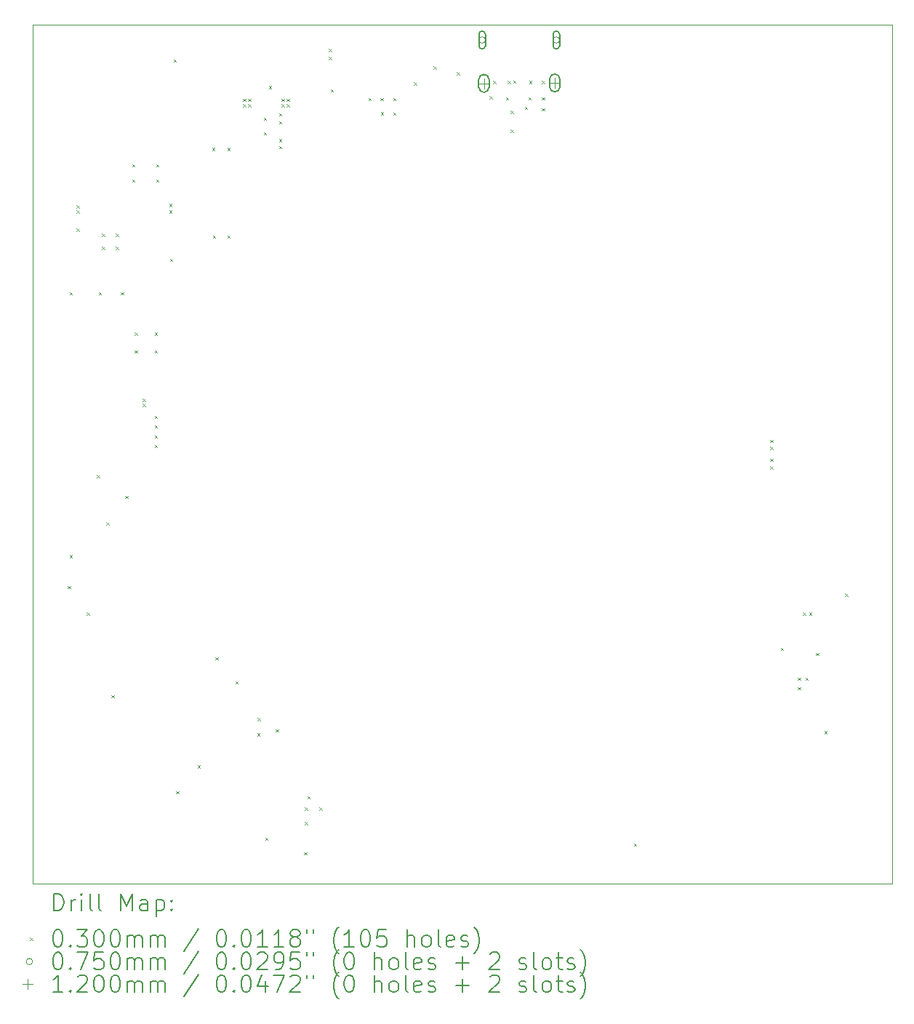
<source format=gbr>
%TF.GenerationSoftware,KiCad,Pcbnew,7.0.2*%
%TF.CreationDate,2024-06-02T17:27:20+02:00*%
%TF.ProjectId,Podgrzewacz,506f6467-727a-4657-9761-637a2e6b6963,rev?*%
%TF.SameCoordinates,Original*%
%TF.FileFunction,Drillmap*%
%TF.FilePolarity,Positive*%
%FSLAX45Y45*%
G04 Gerber Fmt 4.5, Leading zero omitted, Abs format (unit mm)*
G04 Created by KiCad (PCBNEW 7.0.2) date 2024-06-02 17:27:20*
%MOMM*%
%LPD*%
G01*
G04 APERTURE LIST*
%ADD10C,0.100000*%
%ADD11C,0.200000*%
%ADD12C,0.030000*%
%ADD13C,0.075000*%
%ADD14C,0.120000*%
G04 APERTURE END LIST*
D10*
X10000000Y-6000000D02*
X20000000Y-6000000D01*
X20000000Y-16000000D01*
X10000000Y-16000000D01*
X10000000Y-6000000D01*
D11*
D12*
X10405000Y-12535000D02*
X10435000Y-12565000D01*
X10435000Y-12535000D02*
X10405000Y-12565000D01*
X10425000Y-9115000D02*
X10455000Y-9145000D01*
X10455000Y-9115000D02*
X10425000Y-9145000D01*
X10425000Y-12175000D02*
X10455000Y-12205000D01*
X10455000Y-12175000D02*
X10425000Y-12205000D01*
X10505000Y-8105000D02*
X10535000Y-8135000D01*
X10535000Y-8105000D02*
X10505000Y-8135000D01*
X10505000Y-8165000D02*
X10535000Y-8195000D01*
X10535000Y-8165000D02*
X10505000Y-8195000D01*
X10505000Y-8375000D02*
X10535000Y-8405000D01*
X10535000Y-8375000D02*
X10505000Y-8405000D01*
X10625000Y-12845000D02*
X10655000Y-12875000D01*
X10655000Y-12845000D02*
X10625000Y-12875000D01*
X10745000Y-11245000D02*
X10775000Y-11275000D01*
X10775000Y-11245000D02*
X10745000Y-11275000D01*
X10765000Y-9115000D02*
X10795000Y-9145000D01*
X10795000Y-9115000D02*
X10765000Y-9145000D01*
X10805000Y-8435000D02*
X10835000Y-8465000D01*
X10835000Y-8435000D02*
X10805000Y-8465000D01*
X10805000Y-8585000D02*
X10835000Y-8615000D01*
X10835000Y-8585000D02*
X10805000Y-8615000D01*
X10855000Y-11795000D02*
X10885000Y-11825000D01*
X10885000Y-11795000D02*
X10855000Y-11825000D01*
X10915000Y-13805000D02*
X10945000Y-13835000D01*
X10945000Y-13805000D02*
X10915000Y-13835000D01*
X10965000Y-8435000D02*
X10995000Y-8465000D01*
X10995000Y-8435000D02*
X10965000Y-8465000D01*
X10965000Y-8585000D02*
X10995000Y-8615000D01*
X10995000Y-8585000D02*
X10965000Y-8615000D01*
X11025000Y-9115000D02*
X11055000Y-9145000D01*
X11055000Y-9115000D02*
X11025000Y-9145000D01*
X11075000Y-11485000D02*
X11105000Y-11515000D01*
X11105000Y-11485000D02*
X11075000Y-11515000D01*
X11155000Y-7625000D02*
X11185000Y-7655000D01*
X11185000Y-7625000D02*
X11155000Y-7655000D01*
X11155000Y-7805000D02*
X11185000Y-7835000D01*
X11185000Y-7805000D02*
X11155000Y-7835000D01*
X11185000Y-9585000D02*
X11215000Y-9615000D01*
X11215000Y-9585000D02*
X11185000Y-9615000D01*
X11185000Y-9795000D02*
X11215000Y-9825000D01*
X11215000Y-9795000D02*
X11185000Y-9825000D01*
X11275000Y-10355000D02*
X11305000Y-10385000D01*
X11305000Y-10355000D02*
X11275000Y-10385000D01*
X11275000Y-10415000D02*
X11305000Y-10445000D01*
X11305000Y-10415000D02*
X11275000Y-10445000D01*
X11415000Y-9585000D02*
X11445000Y-9615000D01*
X11445000Y-9585000D02*
X11415000Y-9615000D01*
X11415000Y-9795000D02*
X11445000Y-9825000D01*
X11445000Y-9795000D02*
X11415000Y-9825000D01*
X11415000Y-10555000D02*
X11445000Y-10585000D01*
X11445000Y-10555000D02*
X11415000Y-10585000D01*
X11415000Y-10665000D02*
X11445000Y-10695000D01*
X11445000Y-10665000D02*
X11415000Y-10695000D01*
X11415000Y-10785000D02*
X11445000Y-10815000D01*
X11445000Y-10785000D02*
X11415000Y-10815000D01*
X11415000Y-10895000D02*
X11445000Y-10925000D01*
X11445000Y-10895000D02*
X11415000Y-10925000D01*
X11435000Y-7625000D02*
X11465000Y-7655000D01*
X11465000Y-7625000D02*
X11435000Y-7655000D01*
X11435000Y-7805000D02*
X11465000Y-7835000D01*
X11465000Y-7805000D02*
X11435000Y-7835000D01*
X11585000Y-8085000D02*
X11615000Y-8115000D01*
X11615000Y-8085000D02*
X11585000Y-8115000D01*
X11585000Y-8165000D02*
X11615000Y-8195000D01*
X11615000Y-8165000D02*
X11585000Y-8195000D01*
X11595000Y-8725000D02*
X11625000Y-8755000D01*
X11625000Y-8725000D02*
X11595000Y-8755000D01*
X11635000Y-6405000D02*
X11665000Y-6435000D01*
X11665000Y-6405000D02*
X11635000Y-6435000D01*
X11665000Y-14925000D02*
X11695000Y-14955000D01*
X11695000Y-14925000D02*
X11665000Y-14955000D01*
X11915000Y-14625000D02*
X11945000Y-14655000D01*
X11945000Y-14625000D02*
X11915000Y-14655000D01*
X12085000Y-7435000D02*
X12115000Y-7465000D01*
X12115000Y-7435000D02*
X12085000Y-7465000D01*
X12095000Y-8455000D02*
X12125000Y-8485000D01*
X12125000Y-8455000D02*
X12095000Y-8485000D01*
X12125000Y-13365000D02*
X12155000Y-13395000D01*
X12155000Y-13365000D02*
X12125000Y-13395000D01*
X12265000Y-7435000D02*
X12295000Y-7465000D01*
X12295000Y-7435000D02*
X12265000Y-7465000D01*
X12265000Y-8455000D02*
X12295000Y-8485000D01*
X12295000Y-8455000D02*
X12265000Y-8485000D01*
X12355000Y-13645000D02*
X12385000Y-13675000D01*
X12385000Y-13645000D02*
X12355000Y-13675000D01*
X12445000Y-6865000D02*
X12475000Y-6895000D01*
X12475000Y-6865000D02*
X12445000Y-6895000D01*
X12445000Y-6925000D02*
X12475000Y-6955000D01*
X12475000Y-6925000D02*
X12445000Y-6955000D01*
X12505000Y-6865000D02*
X12535000Y-6895000D01*
X12535000Y-6865000D02*
X12505000Y-6895000D01*
X12505000Y-6925000D02*
X12535000Y-6955000D01*
X12535000Y-6925000D02*
X12505000Y-6955000D01*
X12610000Y-14250000D02*
X12640000Y-14280000D01*
X12640000Y-14250000D02*
X12610000Y-14280000D01*
X12615000Y-14075000D02*
X12645000Y-14105000D01*
X12645000Y-14075000D02*
X12615000Y-14105000D01*
X12685000Y-7085000D02*
X12715000Y-7115000D01*
X12715000Y-7085000D02*
X12685000Y-7115000D01*
X12685000Y-7255000D02*
X12715000Y-7285000D01*
X12715000Y-7255000D02*
X12685000Y-7285000D01*
X12705000Y-15465000D02*
X12735000Y-15495000D01*
X12735000Y-15465000D02*
X12705000Y-15495000D01*
X12745000Y-6715000D02*
X12775000Y-6745000D01*
X12775000Y-6715000D02*
X12745000Y-6745000D01*
X12825000Y-14205000D02*
X12855000Y-14235000D01*
X12855000Y-14205000D02*
X12825000Y-14235000D01*
X12865000Y-7035000D02*
X12895000Y-7065000D01*
X12895000Y-7035000D02*
X12865000Y-7065000D01*
X12865000Y-7125000D02*
X12895000Y-7155000D01*
X12895000Y-7125000D02*
X12865000Y-7155000D01*
X12865000Y-7335000D02*
X12895000Y-7365000D01*
X12895000Y-7335000D02*
X12865000Y-7365000D01*
X12865000Y-7415000D02*
X12895000Y-7445000D01*
X12895000Y-7415000D02*
X12865000Y-7445000D01*
X12895000Y-6865000D02*
X12925000Y-6895000D01*
X12925000Y-6865000D02*
X12895000Y-6895000D01*
X12895000Y-6925000D02*
X12925000Y-6955000D01*
X12925000Y-6925000D02*
X12895000Y-6955000D01*
X12955000Y-6865000D02*
X12985000Y-6895000D01*
X12985000Y-6865000D02*
X12955000Y-6895000D01*
X12955000Y-6925000D02*
X12985000Y-6955000D01*
X12985000Y-6925000D02*
X12955000Y-6955000D01*
X13155000Y-15635000D02*
X13185000Y-15665000D01*
X13185000Y-15635000D02*
X13155000Y-15665000D01*
X13165000Y-15115000D02*
X13195000Y-15145000D01*
X13195000Y-15115000D02*
X13165000Y-15145000D01*
X13165000Y-15285000D02*
X13195000Y-15315000D01*
X13195000Y-15285000D02*
X13165000Y-15315000D01*
X13193279Y-14982450D02*
X13223279Y-15012450D01*
X13223279Y-14982450D02*
X13193279Y-15012450D01*
X13335000Y-15115000D02*
X13365000Y-15145000D01*
X13365000Y-15115000D02*
X13335000Y-15145000D01*
X13445000Y-6285000D02*
X13475000Y-6315000D01*
X13475000Y-6285000D02*
X13445000Y-6315000D01*
X13445000Y-6375000D02*
X13475000Y-6405000D01*
X13475000Y-6375000D02*
X13445000Y-6405000D01*
X13465000Y-6755000D02*
X13495000Y-6785000D01*
X13495000Y-6755000D02*
X13465000Y-6785000D01*
X13905000Y-6855000D02*
X13935000Y-6885000D01*
X13935000Y-6855000D02*
X13905000Y-6885000D01*
X14045000Y-6855000D02*
X14075000Y-6885000D01*
X14075000Y-6855000D02*
X14045000Y-6885000D01*
X14047860Y-7022140D02*
X14077860Y-7052140D01*
X14077860Y-7022140D02*
X14047860Y-7052140D01*
X14195000Y-6855000D02*
X14225000Y-6885000D01*
X14225000Y-6855000D02*
X14195000Y-6885000D01*
X14195000Y-7025000D02*
X14225000Y-7055000D01*
X14225000Y-7025000D02*
X14195000Y-7055000D01*
X14435000Y-6675000D02*
X14465000Y-6705000D01*
X14465000Y-6675000D02*
X14435000Y-6705000D01*
X14665000Y-6485000D02*
X14695000Y-6515000D01*
X14695000Y-6485000D02*
X14665000Y-6515000D01*
X14935000Y-6555000D02*
X14965000Y-6585000D01*
X14965000Y-6555000D02*
X14935000Y-6585000D01*
X15317000Y-6835000D02*
X15347000Y-6865000D01*
X15347000Y-6835000D02*
X15317000Y-6865000D01*
X15359500Y-6655000D02*
X15389500Y-6685000D01*
X15389500Y-6655000D02*
X15359500Y-6685000D01*
X15507000Y-6845000D02*
X15537000Y-6875000D01*
X15537000Y-6845000D02*
X15507000Y-6875000D01*
X15526681Y-6654454D02*
X15556681Y-6684454D01*
X15556681Y-6654454D02*
X15526681Y-6684454D01*
X15562050Y-7005000D02*
X15592050Y-7035000D01*
X15592050Y-7005000D02*
X15562050Y-7035000D01*
X15562050Y-7225000D02*
X15592050Y-7255000D01*
X15592050Y-7225000D02*
X15562050Y-7255000D01*
X15590208Y-6653450D02*
X15620208Y-6683450D01*
X15620208Y-6653450D02*
X15590208Y-6683450D01*
X15727000Y-6955000D02*
X15757000Y-6985000D01*
X15757000Y-6955000D02*
X15727000Y-6985000D01*
X15767000Y-6845000D02*
X15797000Y-6875000D01*
X15797000Y-6845000D02*
X15767000Y-6875000D01*
X15777000Y-6655000D02*
X15807000Y-6685000D01*
X15807000Y-6655000D02*
X15777000Y-6685000D01*
X15927000Y-6655000D02*
X15957000Y-6685000D01*
X15957000Y-6655000D02*
X15927000Y-6685000D01*
X15927000Y-6845000D02*
X15957000Y-6875000D01*
X15957000Y-6845000D02*
X15927000Y-6875000D01*
X15927000Y-6975000D02*
X15957000Y-7005000D01*
X15957000Y-6975000D02*
X15927000Y-7005000D01*
X16995000Y-15535000D02*
X17025000Y-15565000D01*
X17025000Y-15535000D02*
X16995000Y-15565000D01*
X18585000Y-10835000D02*
X18615000Y-10865000D01*
X18615000Y-10835000D02*
X18585000Y-10865000D01*
X18585000Y-10915000D02*
X18615000Y-10945000D01*
X18615000Y-10915000D02*
X18585000Y-10945000D01*
X18585000Y-11055000D02*
X18615000Y-11085000D01*
X18615000Y-11055000D02*
X18585000Y-11085000D01*
X18585000Y-11145000D02*
X18615000Y-11175000D01*
X18615000Y-11145000D02*
X18585000Y-11175000D01*
X18705000Y-13255000D02*
X18735000Y-13285000D01*
X18735000Y-13255000D02*
X18705000Y-13285000D01*
X18905000Y-13605000D02*
X18935000Y-13635000D01*
X18935000Y-13605000D02*
X18905000Y-13635000D01*
X18905000Y-13715000D02*
X18935000Y-13745000D01*
X18935000Y-13715000D02*
X18905000Y-13745000D01*
X18965000Y-12845000D02*
X18995000Y-12875000D01*
X18995000Y-12845000D02*
X18965000Y-12875000D01*
X18995000Y-13605000D02*
X19025000Y-13635000D01*
X19025000Y-13605000D02*
X18995000Y-13635000D01*
X19035000Y-12845000D02*
X19065000Y-12875000D01*
X19065000Y-12845000D02*
X19035000Y-12875000D01*
X19115000Y-13315000D02*
X19145000Y-13345000D01*
X19145000Y-13315000D02*
X19115000Y-13345000D01*
X19215000Y-14225000D02*
X19245000Y-14255000D01*
X19245000Y-14225000D02*
X19215000Y-14255000D01*
X19455000Y-12625000D02*
X19485000Y-12655000D01*
X19485000Y-12625000D02*
X19455000Y-12655000D01*
D13*
X15267500Y-6180000D02*
G75*
G03*
X15267500Y-6180000I-37500J0D01*
G01*
D11*
X15267500Y-6246271D02*
X15267500Y-6113728D01*
X15267500Y-6113728D02*
G75*
G03*
X15192500Y-6113728I-37500J0D01*
G01*
X15192500Y-6113728D02*
X15192500Y-6246271D01*
X15192500Y-6246271D02*
G75*
G03*
X15267500Y-6246271I37500J0D01*
G01*
D13*
X16131500Y-6180000D02*
G75*
G03*
X16131500Y-6180000I-37500J0D01*
G01*
D11*
X16131500Y-6246271D02*
X16131500Y-6113728D01*
X16131500Y-6113728D02*
G75*
G03*
X16056500Y-6113728I-37500J0D01*
G01*
X16056500Y-6113728D02*
X16056500Y-6246271D01*
X16056500Y-6246271D02*
G75*
G03*
X16131500Y-6246271I37500J0D01*
G01*
D14*
X15250320Y-6625000D02*
X15250320Y-6745000D01*
X15190320Y-6685000D02*
X15310320Y-6685000D01*
D11*
X15310320Y-6728771D02*
X15310320Y-6641228D01*
X15310320Y-6641228D02*
G75*
G03*
X15190320Y-6641228I-60000J0D01*
G01*
X15190320Y-6641228D02*
X15190320Y-6728771D01*
X15190320Y-6728771D02*
G75*
G03*
X15310320Y-6728771I60000J0D01*
G01*
D14*
X16075090Y-6620738D02*
X16075090Y-6740738D01*
X16015090Y-6680738D02*
X16135090Y-6680738D01*
D11*
X16135090Y-6724509D02*
X16135090Y-6636966D01*
X16135090Y-6636966D02*
G75*
G03*
X16015090Y-6636966I-60000J0D01*
G01*
X16015090Y-6636966D02*
X16015090Y-6724509D01*
X16015090Y-6724509D02*
G75*
G03*
X16135090Y-6724509I60000J0D01*
G01*
X10242619Y-16317524D02*
X10242619Y-16117524D01*
X10242619Y-16117524D02*
X10290238Y-16117524D01*
X10290238Y-16117524D02*
X10318810Y-16127048D01*
X10318810Y-16127048D02*
X10337857Y-16146095D01*
X10337857Y-16146095D02*
X10347381Y-16165143D01*
X10347381Y-16165143D02*
X10356905Y-16203238D01*
X10356905Y-16203238D02*
X10356905Y-16231809D01*
X10356905Y-16231809D02*
X10347381Y-16269905D01*
X10347381Y-16269905D02*
X10337857Y-16288952D01*
X10337857Y-16288952D02*
X10318810Y-16308000D01*
X10318810Y-16308000D02*
X10290238Y-16317524D01*
X10290238Y-16317524D02*
X10242619Y-16317524D01*
X10442619Y-16317524D02*
X10442619Y-16184190D01*
X10442619Y-16222286D02*
X10452143Y-16203238D01*
X10452143Y-16203238D02*
X10461667Y-16193714D01*
X10461667Y-16193714D02*
X10480714Y-16184190D01*
X10480714Y-16184190D02*
X10499762Y-16184190D01*
X10566429Y-16317524D02*
X10566429Y-16184190D01*
X10566429Y-16117524D02*
X10556905Y-16127048D01*
X10556905Y-16127048D02*
X10566429Y-16136571D01*
X10566429Y-16136571D02*
X10575952Y-16127048D01*
X10575952Y-16127048D02*
X10566429Y-16117524D01*
X10566429Y-16117524D02*
X10566429Y-16136571D01*
X10690238Y-16317524D02*
X10671190Y-16308000D01*
X10671190Y-16308000D02*
X10661667Y-16288952D01*
X10661667Y-16288952D02*
X10661667Y-16117524D01*
X10795000Y-16317524D02*
X10775952Y-16308000D01*
X10775952Y-16308000D02*
X10766429Y-16288952D01*
X10766429Y-16288952D02*
X10766429Y-16117524D01*
X11023571Y-16317524D02*
X11023571Y-16117524D01*
X11023571Y-16117524D02*
X11090238Y-16260381D01*
X11090238Y-16260381D02*
X11156905Y-16117524D01*
X11156905Y-16117524D02*
X11156905Y-16317524D01*
X11337857Y-16317524D02*
X11337857Y-16212762D01*
X11337857Y-16212762D02*
X11328333Y-16193714D01*
X11328333Y-16193714D02*
X11309286Y-16184190D01*
X11309286Y-16184190D02*
X11271190Y-16184190D01*
X11271190Y-16184190D02*
X11252143Y-16193714D01*
X11337857Y-16308000D02*
X11318809Y-16317524D01*
X11318809Y-16317524D02*
X11271190Y-16317524D01*
X11271190Y-16317524D02*
X11252143Y-16308000D01*
X11252143Y-16308000D02*
X11242619Y-16288952D01*
X11242619Y-16288952D02*
X11242619Y-16269905D01*
X11242619Y-16269905D02*
X11252143Y-16250857D01*
X11252143Y-16250857D02*
X11271190Y-16241333D01*
X11271190Y-16241333D02*
X11318809Y-16241333D01*
X11318809Y-16241333D02*
X11337857Y-16231809D01*
X11433095Y-16184190D02*
X11433095Y-16384190D01*
X11433095Y-16193714D02*
X11452143Y-16184190D01*
X11452143Y-16184190D02*
X11490238Y-16184190D01*
X11490238Y-16184190D02*
X11509286Y-16193714D01*
X11509286Y-16193714D02*
X11518809Y-16203238D01*
X11518809Y-16203238D02*
X11528333Y-16222286D01*
X11528333Y-16222286D02*
X11528333Y-16279428D01*
X11528333Y-16279428D02*
X11518809Y-16298476D01*
X11518809Y-16298476D02*
X11509286Y-16308000D01*
X11509286Y-16308000D02*
X11490238Y-16317524D01*
X11490238Y-16317524D02*
X11452143Y-16317524D01*
X11452143Y-16317524D02*
X11433095Y-16308000D01*
X11614048Y-16298476D02*
X11623571Y-16308000D01*
X11623571Y-16308000D02*
X11614048Y-16317524D01*
X11614048Y-16317524D02*
X11604524Y-16308000D01*
X11604524Y-16308000D02*
X11614048Y-16298476D01*
X11614048Y-16298476D02*
X11614048Y-16317524D01*
X11614048Y-16193714D02*
X11623571Y-16203238D01*
X11623571Y-16203238D02*
X11614048Y-16212762D01*
X11614048Y-16212762D02*
X11604524Y-16203238D01*
X11604524Y-16203238D02*
X11614048Y-16193714D01*
X11614048Y-16193714D02*
X11614048Y-16212762D01*
D12*
X9965000Y-16630000D02*
X9995000Y-16660000D01*
X9995000Y-16630000D02*
X9965000Y-16660000D01*
D11*
X10280714Y-16537524D02*
X10299762Y-16537524D01*
X10299762Y-16537524D02*
X10318810Y-16547048D01*
X10318810Y-16547048D02*
X10328333Y-16556571D01*
X10328333Y-16556571D02*
X10337857Y-16575619D01*
X10337857Y-16575619D02*
X10347381Y-16613714D01*
X10347381Y-16613714D02*
X10347381Y-16661333D01*
X10347381Y-16661333D02*
X10337857Y-16699428D01*
X10337857Y-16699428D02*
X10328333Y-16718476D01*
X10328333Y-16718476D02*
X10318810Y-16728000D01*
X10318810Y-16728000D02*
X10299762Y-16737524D01*
X10299762Y-16737524D02*
X10280714Y-16737524D01*
X10280714Y-16737524D02*
X10261667Y-16728000D01*
X10261667Y-16728000D02*
X10252143Y-16718476D01*
X10252143Y-16718476D02*
X10242619Y-16699428D01*
X10242619Y-16699428D02*
X10233095Y-16661333D01*
X10233095Y-16661333D02*
X10233095Y-16613714D01*
X10233095Y-16613714D02*
X10242619Y-16575619D01*
X10242619Y-16575619D02*
X10252143Y-16556571D01*
X10252143Y-16556571D02*
X10261667Y-16547048D01*
X10261667Y-16547048D02*
X10280714Y-16537524D01*
X10433095Y-16718476D02*
X10442619Y-16728000D01*
X10442619Y-16728000D02*
X10433095Y-16737524D01*
X10433095Y-16737524D02*
X10423571Y-16728000D01*
X10423571Y-16728000D02*
X10433095Y-16718476D01*
X10433095Y-16718476D02*
X10433095Y-16737524D01*
X10509286Y-16537524D02*
X10633095Y-16537524D01*
X10633095Y-16537524D02*
X10566429Y-16613714D01*
X10566429Y-16613714D02*
X10595000Y-16613714D01*
X10595000Y-16613714D02*
X10614048Y-16623238D01*
X10614048Y-16623238D02*
X10623571Y-16632762D01*
X10623571Y-16632762D02*
X10633095Y-16651809D01*
X10633095Y-16651809D02*
X10633095Y-16699428D01*
X10633095Y-16699428D02*
X10623571Y-16718476D01*
X10623571Y-16718476D02*
X10614048Y-16728000D01*
X10614048Y-16728000D02*
X10595000Y-16737524D01*
X10595000Y-16737524D02*
X10537857Y-16737524D01*
X10537857Y-16737524D02*
X10518810Y-16728000D01*
X10518810Y-16728000D02*
X10509286Y-16718476D01*
X10756905Y-16537524D02*
X10775952Y-16537524D01*
X10775952Y-16537524D02*
X10795000Y-16547048D01*
X10795000Y-16547048D02*
X10804524Y-16556571D01*
X10804524Y-16556571D02*
X10814048Y-16575619D01*
X10814048Y-16575619D02*
X10823571Y-16613714D01*
X10823571Y-16613714D02*
X10823571Y-16661333D01*
X10823571Y-16661333D02*
X10814048Y-16699428D01*
X10814048Y-16699428D02*
X10804524Y-16718476D01*
X10804524Y-16718476D02*
X10795000Y-16728000D01*
X10795000Y-16728000D02*
X10775952Y-16737524D01*
X10775952Y-16737524D02*
X10756905Y-16737524D01*
X10756905Y-16737524D02*
X10737857Y-16728000D01*
X10737857Y-16728000D02*
X10728333Y-16718476D01*
X10728333Y-16718476D02*
X10718810Y-16699428D01*
X10718810Y-16699428D02*
X10709286Y-16661333D01*
X10709286Y-16661333D02*
X10709286Y-16613714D01*
X10709286Y-16613714D02*
X10718810Y-16575619D01*
X10718810Y-16575619D02*
X10728333Y-16556571D01*
X10728333Y-16556571D02*
X10737857Y-16547048D01*
X10737857Y-16547048D02*
X10756905Y-16537524D01*
X10947381Y-16537524D02*
X10966429Y-16537524D01*
X10966429Y-16537524D02*
X10985476Y-16547048D01*
X10985476Y-16547048D02*
X10995000Y-16556571D01*
X10995000Y-16556571D02*
X11004524Y-16575619D01*
X11004524Y-16575619D02*
X11014048Y-16613714D01*
X11014048Y-16613714D02*
X11014048Y-16661333D01*
X11014048Y-16661333D02*
X11004524Y-16699428D01*
X11004524Y-16699428D02*
X10995000Y-16718476D01*
X10995000Y-16718476D02*
X10985476Y-16728000D01*
X10985476Y-16728000D02*
X10966429Y-16737524D01*
X10966429Y-16737524D02*
X10947381Y-16737524D01*
X10947381Y-16737524D02*
X10928333Y-16728000D01*
X10928333Y-16728000D02*
X10918810Y-16718476D01*
X10918810Y-16718476D02*
X10909286Y-16699428D01*
X10909286Y-16699428D02*
X10899762Y-16661333D01*
X10899762Y-16661333D02*
X10899762Y-16613714D01*
X10899762Y-16613714D02*
X10909286Y-16575619D01*
X10909286Y-16575619D02*
X10918810Y-16556571D01*
X10918810Y-16556571D02*
X10928333Y-16547048D01*
X10928333Y-16547048D02*
X10947381Y-16537524D01*
X11099762Y-16737524D02*
X11099762Y-16604190D01*
X11099762Y-16623238D02*
X11109286Y-16613714D01*
X11109286Y-16613714D02*
X11128333Y-16604190D01*
X11128333Y-16604190D02*
X11156905Y-16604190D01*
X11156905Y-16604190D02*
X11175952Y-16613714D01*
X11175952Y-16613714D02*
X11185476Y-16632762D01*
X11185476Y-16632762D02*
X11185476Y-16737524D01*
X11185476Y-16632762D02*
X11195000Y-16613714D01*
X11195000Y-16613714D02*
X11214048Y-16604190D01*
X11214048Y-16604190D02*
X11242619Y-16604190D01*
X11242619Y-16604190D02*
X11261667Y-16613714D01*
X11261667Y-16613714D02*
X11271190Y-16632762D01*
X11271190Y-16632762D02*
X11271190Y-16737524D01*
X11366429Y-16737524D02*
X11366429Y-16604190D01*
X11366429Y-16623238D02*
X11375952Y-16613714D01*
X11375952Y-16613714D02*
X11395000Y-16604190D01*
X11395000Y-16604190D02*
X11423571Y-16604190D01*
X11423571Y-16604190D02*
X11442619Y-16613714D01*
X11442619Y-16613714D02*
X11452143Y-16632762D01*
X11452143Y-16632762D02*
X11452143Y-16737524D01*
X11452143Y-16632762D02*
X11461667Y-16613714D01*
X11461667Y-16613714D02*
X11480714Y-16604190D01*
X11480714Y-16604190D02*
X11509286Y-16604190D01*
X11509286Y-16604190D02*
X11528333Y-16613714D01*
X11528333Y-16613714D02*
X11537857Y-16632762D01*
X11537857Y-16632762D02*
X11537857Y-16737524D01*
X11928333Y-16528000D02*
X11756905Y-16785143D01*
X12185476Y-16537524D02*
X12204524Y-16537524D01*
X12204524Y-16537524D02*
X12223572Y-16547048D01*
X12223572Y-16547048D02*
X12233095Y-16556571D01*
X12233095Y-16556571D02*
X12242619Y-16575619D01*
X12242619Y-16575619D02*
X12252143Y-16613714D01*
X12252143Y-16613714D02*
X12252143Y-16661333D01*
X12252143Y-16661333D02*
X12242619Y-16699428D01*
X12242619Y-16699428D02*
X12233095Y-16718476D01*
X12233095Y-16718476D02*
X12223572Y-16728000D01*
X12223572Y-16728000D02*
X12204524Y-16737524D01*
X12204524Y-16737524D02*
X12185476Y-16737524D01*
X12185476Y-16737524D02*
X12166429Y-16728000D01*
X12166429Y-16728000D02*
X12156905Y-16718476D01*
X12156905Y-16718476D02*
X12147381Y-16699428D01*
X12147381Y-16699428D02*
X12137857Y-16661333D01*
X12137857Y-16661333D02*
X12137857Y-16613714D01*
X12137857Y-16613714D02*
X12147381Y-16575619D01*
X12147381Y-16575619D02*
X12156905Y-16556571D01*
X12156905Y-16556571D02*
X12166429Y-16547048D01*
X12166429Y-16547048D02*
X12185476Y-16537524D01*
X12337857Y-16718476D02*
X12347381Y-16728000D01*
X12347381Y-16728000D02*
X12337857Y-16737524D01*
X12337857Y-16737524D02*
X12328333Y-16728000D01*
X12328333Y-16728000D02*
X12337857Y-16718476D01*
X12337857Y-16718476D02*
X12337857Y-16737524D01*
X12471191Y-16537524D02*
X12490238Y-16537524D01*
X12490238Y-16537524D02*
X12509286Y-16547048D01*
X12509286Y-16547048D02*
X12518810Y-16556571D01*
X12518810Y-16556571D02*
X12528333Y-16575619D01*
X12528333Y-16575619D02*
X12537857Y-16613714D01*
X12537857Y-16613714D02*
X12537857Y-16661333D01*
X12537857Y-16661333D02*
X12528333Y-16699428D01*
X12528333Y-16699428D02*
X12518810Y-16718476D01*
X12518810Y-16718476D02*
X12509286Y-16728000D01*
X12509286Y-16728000D02*
X12490238Y-16737524D01*
X12490238Y-16737524D02*
X12471191Y-16737524D01*
X12471191Y-16737524D02*
X12452143Y-16728000D01*
X12452143Y-16728000D02*
X12442619Y-16718476D01*
X12442619Y-16718476D02*
X12433095Y-16699428D01*
X12433095Y-16699428D02*
X12423572Y-16661333D01*
X12423572Y-16661333D02*
X12423572Y-16613714D01*
X12423572Y-16613714D02*
X12433095Y-16575619D01*
X12433095Y-16575619D02*
X12442619Y-16556571D01*
X12442619Y-16556571D02*
X12452143Y-16547048D01*
X12452143Y-16547048D02*
X12471191Y-16537524D01*
X12728333Y-16737524D02*
X12614048Y-16737524D01*
X12671191Y-16737524D02*
X12671191Y-16537524D01*
X12671191Y-16537524D02*
X12652143Y-16566095D01*
X12652143Y-16566095D02*
X12633095Y-16585143D01*
X12633095Y-16585143D02*
X12614048Y-16594667D01*
X12918810Y-16737524D02*
X12804524Y-16737524D01*
X12861667Y-16737524D02*
X12861667Y-16537524D01*
X12861667Y-16537524D02*
X12842619Y-16566095D01*
X12842619Y-16566095D02*
X12823572Y-16585143D01*
X12823572Y-16585143D02*
X12804524Y-16594667D01*
X13033095Y-16623238D02*
X13014048Y-16613714D01*
X13014048Y-16613714D02*
X13004524Y-16604190D01*
X13004524Y-16604190D02*
X12995000Y-16585143D01*
X12995000Y-16585143D02*
X12995000Y-16575619D01*
X12995000Y-16575619D02*
X13004524Y-16556571D01*
X13004524Y-16556571D02*
X13014048Y-16547048D01*
X13014048Y-16547048D02*
X13033095Y-16537524D01*
X13033095Y-16537524D02*
X13071191Y-16537524D01*
X13071191Y-16537524D02*
X13090238Y-16547048D01*
X13090238Y-16547048D02*
X13099762Y-16556571D01*
X13099762Y-16556571D02*
X13109286Y-16575619D01*
X13109286Y-16575619D02*
X13109286Y-16585143D01*
X13109286Y-16585143D02*
X13099762Y-16604190D01*
X13099762Y-16604190D02*
X13090238Y-16613714D01*
X13090238Y-16613714D02*
X13071191Y-16623238D01*
X13071191Y-16623238D02*
X13033095Y-16623238D01*
X13033095Y-16623238D02*
X13014048Y-16632762D01*
X13014048Y-16632762D02*
X13004524Y-16642286D01*
X13004524Y-16642286D02*
X12995000Y-16661333D01*
X12995000Y-16661333D02*
X12995000Y-16699428D01*
X12995000Y-16699428D02*
X13004524Y-16718476D01*
X13004524Y-16718476D02*
X13014048Y-16728000D01*
X13014048Y-16728000D02*
X13033095Y-16737524D01*
X13033095Y-16737524D02*
X13071191Y-16737524D01*
X13071191Y-16737524D02*
X13090238Y-16728000D01*
X13090238Y-16728000D02*
X13099762Y-16718476D01*
X13099762Y-16718476D02*
X13109286Y-16699428D01*
X13109286Y-16699428D02*
X13109286Y-16661333D01*
X13109286Y-16661333D02*
X13099762Y-16642286D01*
X13099762Y-16642286D02*
X13090238Y-16632762D01*
X13090238Y-16632762D02*
X13071191Y-16623238D01*
X13185476Y-16537524D02*
X13185476Y-16575619D01*
X13261667Y-16537524D02*
X13261667Y-16575619D01*
X13556905Y-16813714D02*
X13547381Y-16804190D01*
X13547381Y-16804190D02*
X13528334Y-16775619D01*
X13528334Y-16775619D02*
X13518810Y-16756571D01*
X13518810Y-16756571D02*
X13509286Y-16728000D01*
X13509286Y-16728000D02*
X13499762Y-16680381D01*
X13499762Y-16680381D02*
X13499762Y-16642286D01*
X13499762Y-16642286D02*
X13509286Y-16594667D01*
X13509286Y-16594667D02*
X13518810Y-16566095D01*
X13518810Y-16566095D02*
X13528334Y-16547048D01*
X13528334Y-16547048D02*
X13547381Y-16518476D01*
X13547381Y-16518476D02*
X13556905Y-16508952D01*
X13737857Y-16737524D02*
X13623572Y-16737524D01*
X13680714Y-16737524D02*
X13680714Y-16537524D01*
X13680714Y-16537524D02*
X13661667Y-16566095D01*
X13661667Y-16566095D02*
X13642619Y-16585143D01*
X13642619Y-16585143D02*
X13623572Y-16594667D01*
X13861667Y-16537524D02*
X13880715Y-16537524D01*
X13880715Y-16537524D02*
X13899762Y-16547048D01*
X13899762Y-16547048D02*
X13909286Y-16556571D01*
X13909286Y-16556571D02*
X13918810Y-16575619D01*
X13918810Y-16575619D02*
X13928334Y-16613714D01*
X13928334Y-16613714D02*
X13928334Y-16661333D01*
X13928334Y-16661333D02*
X13918810Y-16699428D01*
X13918810Y-16699428D02*
X13909286Y-16718476D01*
X13909286Y-16718476D02*
X13899762Y-16728000D01*
X13899762Y-16728000D02*
X13880715Y-16737524D01*
X13880715Y-16737524D02*
X13861667Y-16737524D01*
X13861667Y-16737524D02*
X13842619Y-16728000D01*
X13842619Y-16728000D02*
X13833095Y-16718476D01*
X13833095Y-16718476D02*
X13823572Y-16699428D01*
X13823572Y-16699428D02*
X13814048Y-16661333D01*
X13814048Y-16661333D02*
X13814048Y-16613714D01*
X13814048Y-16613714D02*
X13823572Y-16575619D01*
X13823572Y-16575619D02*
X13833095Y-16556571D01*
X13833095Y-16556571D02*
X13842619Y-16547048D01*
X13842619Y-16547048D02*
X13861667Y-16537524D01*
X14109286Y-16537524D02*
X14014048Y-16537524D01*
X14014048Y-16537524D02*
X14004524Y-16632762D01*
X14004524Y-16632762D02*
X14014048Y-16623238D01*
X14014048Y-16623238D02*
X14033095Y-16613714D01*
X14033095Y-16613714D02*
X14080715Y-16613714D01*
X14080715Y-16613714D02*
X14099762Y-16623238D01*
X14099762Y-16623238D02*
X14109286Y-16632762D01*
X14109286Y-16632762D02*
X14118810Y-16651809D01*
X14118810Y-16651809D02*
X14118810Y-16699428D01*
X14118810Y-16699428D02*
X14109286Y-16718476D01*
X14109286Y-16718476D02*
X14099762Y-16728000D01*
X14099762Y-16728000D02*
X14080715Y-16737524D01*
X14080715Y-16737524D02*
X14033095Y-16737524D01*
X14033095Y-16737524D02*
X14014048Y-16728000D01*
X14014048Y-16728000D02*
X14004524Y-16718476D01*
X14356905Y-16737524D02*
X14356905Y-16537524D01*
X14442619Y-16737524D02*
X14442619Y-16632762D01*
X14442619Y-16632762D02*
X14433096Y-16613714D01*
X14433096Y-16613714D02*
X14414048Y-16604190D01*
X14414048Y-16604190D02*
X14385476Y-16604190D01*
X14385476Y-16604190D02*
X14366429Y-16613714D01*
X14366429Y-16613714D02*
X14356905Y-16623238D01*
X14566429Y-16737524D02*
X14547381Y-16728000D01*
X14547381Y-16728000D02*
X14537857Y-16718476D01*
X14537857Y-16718476D02*
X14528334Y-16699428D01*
X14528334Y-16699428D02*
X14528334Y-16642286D01*
X14528334Y-16642286D02*
X14537857Y-16623238D01*
X14537857Y-16623238D02*
X14547381Y-16613714D01*
X14547381Y-16613714D02*
X14566429Y-16604190D01*
X14566429Y-16604190D02*
X14595000Y-16604190D01*
X14595000Y-16604190D02*
X14614048Y-16613714D01*
X14614048Y-16613714D02*
X14623572Y-16623238D01*
X14623572Y-16623238D02*
X14633096Y-16642286D01*
X14633096Y-16642286D02*
X14633096Y-16699428D01*
X14633096Y-16699428D02*
X14623572Y-16718476D01*
X14623572Y-16718476D02*
X14614048Y-16728000D01*
X14614048Y-16728000D02*
X14595000Y-16737524D01*
X14595000Y-16737524D02*
X14566429Y-16737524D01*
X14747381Y-16737524D02*
X14728334Y-16728000D01*
X14728334Y-16728000D02*
X14718810Y-16708952D01*
X14718810Y-16708952D02*
X14718810Y-16537524D01*
X14899762Y-16728000D02*
X14880715Y-16737524D01*
X14880715Y-16737524D02*
X14842619Y-16737524D01*
X14842619Y-16737524D02*
X14823572Y-16728000D01*
X14823572Y-16728000D02*
X14814048Y-16708952D01*
X14814048Y-16708952D02*
X14814048Y-16632762D01*
X14814048Y-16632762D02*
X14823572Y-16613714D01*
X14823572Y-16613714D02*
X14842619Y-16604190D01*
X14842619Y-16604190D02*
X14880715Y-16604190D01*
X14880715Y-16604190D02*
X14899762Y-16613714D01*
X14899762Y-16613714D02*
X14909286Y-16632762D01*
X14909286Y-16632762D02*
X14909286Y-16651809D01*
X14909286Y-16651809D02*
X14814048Y-16670857D01*
X14985477Y-16728000D02*
X15004524Y-16737524D01*
X15004524Y-16737524D02*
X15042619Y-16737524D01*
X15042619Y-16737524D02*
X15061667Y-16728000D01*
X15061667Y-16728000D02*
X15071191Y-16708952D01*
X15071191Y-16708952D02*
X15071191Y-16699428D01*
X15071191Y-16699428D02*
X15061667Y-16680381D01*
X15061667Y-16680381D02*
X15042619Y-16670857D01*
X15042619Y-16670857D02*
X15014048Y-16670857D01*
X15014048Y-16670857D02*
X14995000Y-16661333D01*
X14995000Y-16661333D02*
X14985477Y-16642286D01*
X14985477Y-16642286D02*
X14985477Y-16632762D01*
X14985477Y-16632762D02*
X14995000Y-16613714D01*
X14995000Y-16613714D02*
X15014048Y-16604190D01*
X15014048Y-16604190D02*
X15042619Y-16604190D01*
X15042619Y-16604190D02*
X15061667Y-16613714D01*
X15137858Y-16813714D02*
X15147381Y-16804190D01*
X15147381Y-16804190D02*
X15166429Y-16775619D01*
X15166429Y-16775619D02*
X15175953Y-16756571D01*
X15175953Y-16756571D02*
X15185477Y-16728000D01*
X15185477Y-16728000D02*
X15195000Y-16680381D01*
X15195000Y-16680381D02*
X15195000Y-16642286D01*
X15195000Y-16642286D02*
X15185477Y-16594667D01*
X15185477Y-16594667D02*
X15175953Y-16566095D01*
X15175953Y-16566095D02*
X15166429Y-16547048D01*
X15166429Y-16547048D02*
X15147381Y-16518476D01*
X15147381Y-16518476D02*
X15137858Y-16508952D01*
D13*
X9995000Y-16909000D02*
G75*
G03*
X9995000Y-16909000I-37500J0D01*
G01*
D11*
X10280714Y-16801524D02*
X10299762Y-16801524D01*
X10299762Y-16801524D02*
X10318810Y-16811048D01*
X10318810Y-16811048D02*
X10328333Y-16820571D01*
X10328333Y-16820571D02*
X10337857Y-16839619D01*
X10337857Y-16839619D02*
X10347381Y-16877714D01*
X10347381Y-16877714D02*
X10347381Y-16925333D01*
X10347381Y-16925333D02*
X10337857Y-16963429D01*
X10337857Y-16963429D02*
X10328333Y-16982476D01*
X10328333Y-16982476D02*
X10318810Y-16992000D01*
X10318810Y-16992000D02*
X10299762Y-17001524D01*
X10299762Y-17001524D02*
X10280714Y-17001524D01*
X10280714Y-17001524D02*
X10261667Y-16992000D01*
X10261667Y-16992000D02*
X10252143Y-16982476D01*
X10252143Y-16982476D02*
X10242619Y-16963429D01*
X10242619Y-16963429D02*
X10233095Y-16925333D01*
X10233095Y-16925333D02*
X10233095Y-16877714D01*
X10233095Y-16877714D02*
X10242619Y-16839619D01*
X10242619Y-16839619D02*
X10252143Y-16820571D01*
X10252143Y-16820571D02*
X10261667Y-16811048D01*
X10261667Y-16811048D02*
X10280714Y-16801524D01*
X10433095Y-16982476D02*
X10442619Y-16992000D01*
X10442619Y-16992000D02*
X10433095Y-17001524D01*
X10433095Y-17001524D02*
X10423571Y-16992000D01*
X10423571Y-16992000D02*
X10433095Y-16982476D01*
X10433095Y-16982476D02*
X10433095Y-17001524D01*
X10509286Y-16801524D02*
X10642619Y-16801524D01*
X10642619Y-16801524D02*
X10556905Y-17001524D01*
X10814048Y-16801524D02*
X10718810Y-16801524D01*
X10718810Y-16801524D02*
X10709286Y-16896762D01*
X10709286Y-16896762D02*
X10718810Y-16887238D01*
X10718810Y-16887238D02*
X10737857Y-16877714D01*
X10737857Y-16877714D02*
X10785476Y-16877714D01*
X10785476Y-16877714D02*
X10804524Y-16887238D01*
X10804524Y-16887238D02*
X10814048Y-16896762D01*
X10814048Y-16896762D02*
X10823571Y-16915810D01*
X10823571Y-16915810D02*
X10823571Y-16963429D01*
X10823571Y-16963429D02*
X10814048Y-16982476D01*
X10814048Y-16982476D02*
X10804524Y-16992000D01*
X10804524Y-16992000D02*
X10785476Y-17001524D01*
X10785476Y-17001524D02*
X10737857Y-17001524D01*
X10737857Y-17001524D02*
X10718810Y-16992000D01*
X10718810Y-16992000D02*
X10709286Y-16982476D01*
X10947381Y-16801524D02*
X10966429Y-16801524D01*
X10966429Y-16801524D02*
X10985476Y-16811048D01*
X10985476Y-16811048D02*
X10995000Y-16820571D01*
X10995000Y-16820571D02*
X11004524Y-16839619D01*
X11004524Y-16839619D02*
X11014048Y-16877714D01*
X11014048Y-16877714D02*
X11014048Y-16925333D01*
X11014048Y-16925333D02*
X11004524Y-16963429D01*
X11004524Y-16963429D02*
X10995000Y-16982476D01*
X10995000Y-16982476D02*
X10985476Y-16992000D01*
X10985476Y-16992000D02*
X10966429Y-17001524D01*
X10966429Y-17001524D02*
X10947381Y-17001524D01*
X10947381Y-17001524D02*
X10928333Y-16992000D01*
X10928333Y-16992000D02*
X10918810Y-16982476D01*
X10918810Y-16982476D02*
X10909286Y-16963429D01*
X10909286Y-16963429D02*
X10899762Y-16925333D01*
X10899762Y-16925333D02*
X10899762Y-16877714D01*
X10899762Y-16877714D02*
X10909286Y-16839619D01*
X10909286Y-16839619D02*
X10918810Y-16820571D01*
X10918810Y-16820571D02*
X10928333Y-16811048D01*
X10928333Y-16811048D02*
X10947381Y-16801524D01*
X11099762Y-17001524D02*
X11099762Y-16868190D01*
X11099762Y-16887238D02*
X11109286Y-16877714D01*
X11109286Y-16877714D02*
X11128333Y-16868190D01*
X11128333Y-16868190D02*
X11156905Y-16868190D01*
X11156905Y-16868190D02*
X11175952Y-16877714D01*
X11175952Y-16877714D02*
X11185476Y-16896762D01*
X11185476Y-16896762D02*
X11185476Y-17001524D01*
X11185476Y-16896762D02*
X11195000Y-16877714D01*
X11195000Y-16877714D02*
X11214048Y-16868190D01*
X11214048Y-16868190D02*
X11242619Y-16868190D01*
X11242619Y-16868190D02*
X11261667Y-16877714D01*
X11261667Y-16877714D02*
X11271190Y-16896762D01*
X11271190Y-16896762D02*
X11271190Y-17001524D01*
X11366429Y-17001524D02*
X11366429Y-16868190D01*
X11366429Y-16887238D02*
X11375952Y-16877714D01*
X11375952Y-16877714D02*
X11395000Y-16868190D01*
X11395000Y-16868190D02*
X11423571Y-16868190D01*
X11423571Y-16868190D02*
X11442619Y-16877714D01*
X11442619Y-16877714D02*
X11452143Y-16896762D01*
X11452143Y-16896762D02*
X11452143Y-17001524D01*
X11452143Y-16896762D02*
X11461667Y-16877714D01*
X11461667Y-16877714D02*
X11480714Y-16868190D01*
X11480714Y-16868190D02*
X11509286Y-16868190D01*
X11509286Y-16868190D02*
X11528333Y-16877714D01*
X11528333Y-16877714D02*
X11537857Y-16896762D01*
X11537857Y-16896762D02*
X11537857Y-17001524D01*
X11928333Y-16792000D02*
X11756905Y-17049143D01*
X12185476Y-16801524D02*
X12204524Y-16801524D01*
X12204524Y-16801524D02*
X12223572Y-16811048D01*
X12223572Y-16811048D02*
X12233095Y-16820571D01*
X12233095Y-16820571D02*
X12242619Y-16839619D01*
X12242619Y-16839619D02*
X12252143Y-16877714D01*
X12252143Y-16877714D02*
X12252143Y-16925333D01*
X12252143Y-16925333D02*
X12242619Y-16963429D01*
X12242619Y-16963429D02*
X12233095Y-16982476D01*
X12233095Y-16982476D02*
X12223572Y-16992000D01*
X12223572Y-16992000D02*
X12204524Y-17001524D01*
X12204524Y-17001524D02*
X12185476Y-17001524D01*
X12185476Y-17001524D02*
X12166429Y-16992000D01*
X12166429Y-16992000D02*
X12156905Y-16982476D01*
X12156905Y-16982476D02*
X12147381Y-16963429D01*
X12147381Y-16963429D02*
X12137857Y-16925333D01*
X12137857Y-16925333D02*
X12137857Y-16877714D01*
X12137857Y-16877714D02*
X12147381Y-16839619D01*
X12147381Y-16839619D02*
X12156905Y-16820571D01*
X12156905Y-16820571D02*
X12166429Y-16811048D01*
X12166429Y-16811048D02*
X12185476Y-16801524D01*
X12337857Y-16982476D02*
X12347381Y-16992000D01*
X12347381Y-16992000D02*
X12337857Y-17001524D01*
X12337857Y-17001524D02*
X12328333Y-16992000D01*
X12328333Y-16992000D02*
X12337857Y-16982476D01*
X12337857Y-16982476D02*
X12337857Y-17001524D01*
X12471191Y-16801524D02*
X12490238Y-16801524D01*
X12490238Y-16801524D02*
X12509286Y-16811048D01*
X12509286Y-16811048D02*
X12518810Y-16820571D01*
X12518810Y-16820571D02*
X12528333Y-16839619D01*
X12528333Y-16839619D02*
X12537857Y-16877714D01*
X12537857Y-16877714D02*
X12537857Y-16925333D01*
X12537857Y-16925333D02*
X12528333Y-16963429D01*
X12528333Y-16963429D02*
X12518810Y-16982476D01*
X12518810Y-16982476D02*
X12509286Y-16992000D01*
X12509286Y-16992000D02*
X12490238Y-17001524D01*
X12490238Y-17001524D02*
X12471191Y-17001524D01*
X12471191Y-17001524D02*
X12452143Y-16992000D01*
X12452143Y-16992000D02*
X12442619Y-16982476D01*
X12442619Y-16982476D02*
X12433095Y-16963429D01*
X12433095Y-16963429D02*
X12423572Y-16925333D01*
X12423572Y-16925333D02*
X12423572Y-16877714D01*
X12423572Y-16877714D02*
X12433095Y-16839619D01*
X12433095Y-16839619D02*
X12442619Y-16820571D01*
X12442619Y-16820571D02*
X12452143Y-16811048D01*
X12452143Y-16811048D02*
X12471191Y-16801524D01*
X12614048Y-16820571D02*
X12623572Y-16811048D01*
X12623572Y-16811048D02*
X12642619Y-16801524D01*
X12642619Y-16801524D02*
X12690238Y-16801524D01*
X12690238Y-16801524D02*
X12709286Y-16811048D01*
X12709286Y-16811048D02*
X12718810Y-16820571D01*
X12718810Y-16820571D02*
X12728333Y-16839619D01*
X12728333Y-16839619D02*
X12728333Y-16858667D01*
X12728333Y-16858667D02*
X12718810Y-16887238D01*
X12718810Y-16887238D02*
X12604524Y-17001524D01*
X12604524Y-17001524D02*
X12728333Y-17001524D01*
X12823572Y-17001524D02*
X12861667Y-17001524D01*
X12861667Y-17001524D02*
X12880714Y-16992000D01*
X12880714Y-16992000D02*
X12890238Y-16982476D01*
X12890238Y-16982476D02*
X12909286Y-16953905D01*
X12909286Y-16953905D02*
X12918810Y-16915810D01*
X12918810Y-16915810D02*
X12918810Y-16839619D01*
X12918810Y-16839619D02*
X12909286Y-16820571D01*
X12909286Y-16820571D02*
X12899762Y-16811048D01*
X12899762Y-16811048D02*
X12880714Y-16801524D01*
X12880714Y-16801524D02*
X12842619Y-16801524D01*
X12842619Y-16801524D02*
X12823572Y-16811048D01*
X12823572Y-16811048D02*
X12814048Y-16820571D01*
X12814048Y-16820571D02*
X12804524Y-16839619D01*
X12804524Y-16839619D02*
X12804524Y-16887238D01*
X12804524Y-16887238D02*
X12814048Y-16906286D01*
X12814048Y-16906286D02*
X12823572Y-16915810D01*
X12823572Y-16915810D02*
X12842619Y-16925333D01*
X12842619Y-16925333D02*
X12880714Y-16925333D01*
X12880714Y-16925333D02*
X12899762Y-16915810D01*
X12899762Y-16915810D02*
X12909286Y-16906286D01*
X12909286Y-16906286D02*
X12918810Y-16887238D01*
X13099762Y-16801524D02*
X13004524Y-16801524D01*
X13004524Y-16801524D02*
X12995000Y-16896762D01*
X12995000Y-16896762D02*
X13004524Y-16887238D01*
X13004524Y-16887238D02*
X13023572Y-16877714D01*
X13023572Y-16877714D02*
X13071191Y-16877714D01*
X13071191Y-16877714D02*
X13090238Y-16887238D01*
X13090238Y-16887238D02*
X13099762Y-16896762D01*
X13099762Y-16896762D02*
X13109286Y-16915810D01*
X13109286Y-16915810D02*
X13109286Y-16963429D01*
X13109286Y-16963429D02*
X13099762Y-16982476D01*
X13099762Y-16982476D02*
X13090238Y-16992000D01*
X13090238Y-16992000D02*
X13071191Y-17001524D01*
X13071191Y-17001524D02*
X13023572Y-17001524D01*
X13023572Y-17001524D02*
X13004524Y-16992000D01*
X13004524Y-16992000D02*
X12995000Y-16982476D01*
X13185476Y-16801524D02*
X13185476Y-16839619D01*
X13261667Y-16801524D02*
X13261667Y-16839619D01*
X13556905Y-17077714D02*
X13547381Y-17068190D01*
X13547381Y-17068190D02*
X13528334Y-17039619D01*
X13528334Y-17039619D02*
X13518810Y-17020571D01*
X13518810Y-17020571D02*
X13509286Y-16992000D01*
X13509286Y-16992000D02*
X13499762Y-16944381D01*
X13499762Y-16944381D02*
X13499762Y-16906286D01*
X13499762Y-16906286D02*
X13509286Y-16858667D01*
X13509286Y-16858667D02*
X13518810Y-16830095D01*
X13518810Y-16830095D02*
X13528334Y-16811048D01*
X13528334Y-16811048D02*
X13547381Y-16782476D01*
X13547381Y-16782476D02*
X13556905Y-16772952D01*
X13671191Y-16801524D02*
X13690238Y-16801524D01*
X13690238Y-16801524D02*
X13709286Y-16811048D01*
X13709286Y-16811048D02*
X13718810Y-16820571D01*
X13718810Y-16820571D02*
X13728334Y-16839619D01*
X13728334Y-16839619D02*
X13737857Y-16877714D01*
X13737857Y-16877714D02*
X13737857Y-16925333D01*
X13737857Y-16925333D02*
X13728334Y-16963429D01*
X13728334Y-16963429D02*
X13718810Y-16982476D01*
X13718810Y-16982476D02*
X13709286Y-16992000D01*
X13709286Y-16992000D02*
X13690238Y-17001524D01*
X13690238Y-17001524D02*
X13671191Y-17001524D01*
X13671191Y-17001524D02*
X13652143Y-16992000D01*
X13652143Y-16992000D02*
X13642619Y-16982476D01*
X13642619Y-16982476D02*
X13633095Y-16963429D01*
X13633095Y-16963429D02*
X13623572Y-16925333D01*
X13623572Y-16925333D02*
X13623572Y-16877714D01*
X13623572Y-16877714D02*
X13633095Y-16839619D01*
X13633095Y-16839619D02*
X13642619Y-16820571D01*
X13642619Y-16820571D02*
X13652143Y-16811048D01*
X13652143Y-16811048D02*
X13671191Y-16801524D01*
X13975953Y-17001524D02*
X13975953Y-16801524D01*
X14061667Y-17001524D02*
X14061667Y-16896762D01*
X14061667Y-16896762D02*
X14052143Y-16877714D01*
X14052143Y-16877714D02*
X14033096Y-16868190D01*
X14033096Y-16868190D02*
X14004524Y-16868190D01*
X14004524Y-16868190D02*
X13985476Y-16877714D01*
X13985476Y-16877714D02*
X13975953Y-16887238D01*
X14185476Y-17001524D02*
X14166429Y-16992000D01*
X14166429Y-16992000D02*
X14156905Y-16982476D01*
X14156905Y-16982476D02*
X14147381Y-16963429D01*
X14147381Y-16963429D02*
X14147381Y-16906286D01*
X14147381Y-16906286D02*
X14156905Y-16887238D01*
X14156905Y-16887238D02*
X14166429Y-16877714D01*
X14166429Y-16877714D02*
X14185476Y-16868190D01*
X14185476Y-16868190D02*
X14214048Y-16868190D01*
X14214048Y-16868190D02*
X14233096Y-16877714D01*
X14233096Y-16877714D02*
X14242619Y-16887238D01*
X14242619Y-16887238D02*
X14252143Y-16906286D01*
X14252143Y-16906286D02*
X14252143Y-16963429D01*
X14252143Y-16963429D02*
X14242619Y-16982476D01*
X14242619Y-16982476D02*
X14233096Y-16992000D01*
X14233096Y-16992000D02*
X14214048Y-17001524D01*
X14214048Y-17001524D02*
X14185476Y-17001524D01*
X14366429Y-17001524D02*
X14347381Y-16992000D01*
X14347381Y-16992000D02*
X14337857Y-16972952D01*
X14337857Y-16972952D02*
X14337857Y-16801524D01*
X14518810Y-16992000D02*
X14499762Y-17001524D01*
X14499762Y-17001524D02*
X14461667Y-17001524D01*
X14461667Y-17001524D02*
X14442619Y-16992000D01*
X14442619Y-16992000D02*
X14433096Y-16972952D01*
X14433096Y-16972952D02*
X14433096Y-16896762D01*
X14433096Y-16896762D02*
X14442619Y-16877714D01*
X14442619Y-16877714D02*
X14461667Y-16868190D01*
X14461667Y-16868190D02*
X14499762Y-16868190D01*
X14499762Y-16868190D02*
X14518810Y-16877714D01*
X14518810Y-16877714D02*
X14528334Y-16896762D01*
X14528334Y-16896762D02*
X14528334Y-16915810D01*
X14528334Y-16915810D02*
X14433096Y-16934857D01*
X14604524Y-16992000D02*
X14623572Y-17001524D01*
X14623572Y-17001524D02*
X14661667Y-17001524D01*
X14661667Y-17001524D02*
X14680715Y-16992000D01*
X14680715Y-16992000D02*
X14690238Y-16972952D01*
X14690238Y-16972952D02*
X14690238Y-16963429D01*
X14690238Y-16963429D02*
X14680715Y-16944381D01*
X14680715Y-16944381D02*
X14661667Y-16934857D01*
X14661667Y-16934857D02*
X14633096Y-16934857D01*
X14633096Y-16934857D02*
X14614048Y-16925333D01*
X14614048Y-16925333D02*
X14604524Y-16906286D01*
X14604524Y-16906286D02*
X14604524Y-16896762D01*
X14604524Y-16896762D02*
X14614048Y-16877714D01*
X14614048Y-16877714D02*
X14633096Y-16868190D01*
X14633096Y-16868190D02*
X14661667Y-16868190D01*
X14661667Y-16868190D02*
X14680715Y-16877714D01*
X14928334Y-16925333D02*
X15080715Y-16925333D01*
X15004524Y-17001524D02*
X15004524Y-16849143D01*
X15318810Y-16820571D02*
X15328334Y-16811048D01*
X15328334Y-16811048D02*
X15347381Y-16801524D01*
X15347381Y-16801524D02*
X15395000Y-16801524D01*
X15395000Y-16801524D02*
X15414048Y-16811048D01*
X15414048Y-16811048D02*
X15423572Y-16820571D01*
X15423572Y-16820571D02*
X15433096Y-16839619D01*
X15433096Y-16839619D02*
X15433096Y-16858667D01*
X15433096Y-16858667D02*
X15423572Y-16887238D01*
X15423572Y-16887238D02*
X15309286Y-17001524D01*
X15309286Y-17001524D02*
X15433096Y-17001524D01*
X15661667Y-16992000D02*
X15680715Y-17001524D01*
X15680715Y-17001524D02*
X15718810Y-17001524D01*
X15718810Y-17001524D02*
X15737858Y-16992000D01*
X15737858Y-16992000D02*
X15747381Y-16972952D01*
X15747381Y-16972952D02*
X15747381Y-16963429D01*
X15747381Y-16963429D02*
X15737858Y-16944381D01*
X15737858Y-16944381D02*
X15718810Y-16934857D01*
X15718810Y-16934857D02*
X15690239Y-16934857D01*
X15690239Y-16934857D02*
X15671191Y-16925333D01*
X15671191Y-16925333D02*
X15661667Y-16906286D01*
X15661667Y-16906286D02*
X15661667Y-16896762D01*
X15661667Y-16896762D02*
X15671191Y-16877714D01*
X15671191Y-16877714D02*
X15690239Y-16868190D01*
X15690239Y-16868190D02*
X15718810Y-16868190D01*
X15718810Y-16868190D02*
X15737858Y-16877714D01*
X15861667Y-17001524D02*
X15842620Y-16992000D01*
X15842620Y-16992000D02*
X15833096Y-16972952D01*
X15833096Y-16972952D02*
X15833096Y-16801524D01*
X15966429Y-17001524D02*
X15947381Y-16992000D01*
X15947381Y-16992000D02*
X15937858Y-16982476D01*
X15937858Y-16982476D02*
X15928334Y-16963429D01*
X15928334Y-16963429D02*
X15928334Y-16906286D01*
X15928334Y-16906286D02*
X15937858Y-16887238D01*
X15937858Y-16887238D02*
X15947381Y-16877714D01*
X15947381Y-16877714D02*
X15966429Y-16868190D01*
X15966429Y-16868190D02*
X15995001Y-16868190D01*
X15995001Y-16868190D02*
X16014048Y-16877714D01*
X16014048Y-16877714D02*
X16023572Y-16887238D01*
X16023572Y-16887238D02*
X16033096Y-16906286D01*
X16033096Y-16906286D02*
X16033096Y-16963429D01*
X16033096Y-16963429D02*
X16023572Y-16982476D01*
X16023572Y-16982476D02*
X16014048Y-16992000D01*
X16014048Y-16992000D02*
X15995001Y-17001524D01*
X15995001Y-17001524D02*
X15966429Y-17001524D01*
X16090239Y-16868190D02*
X16166429Y-16868190D01*
X16118810Y-16801524D02*
X16118810Y-16972952D01*
X16118810Y-16972952D02*
X16128334Y-16992000D01*
X16128334Y-16992000D02*
X16147381Y-17001524D01*
X16147381Y-17001524D02*
X16166429Y-17001524D01*
X16223572Y-16992000D02*
X16242620Y-17001524D01*
X16242620Y-17001524D02*
X16280715Y-17001524D01*
X16280715Y-17001524D02*
X16299762Y-16992000D01*
X16299762Y-16992000D02*
X16309286Y-16972952D01*
X16309286Y-16972952D02*
X16309286Y-16963429D01*
X16309286Y-16963429D02*
X16299762Y-16944381D01*
X16299762Y-16944381D02*
X16280715Y-16934857D01*
X16280715Y-16934857D02*
X16252143Y-16934857D01*
X16252143Y-16934857D02*
X16233096Y-16925333D01*
X16233096Y-16925333D02*
X16223572Y-16906286D01*
X16223572Y-16906286D02*
X16223572Y-16896762D01*
X16223572Y-16896762D02*
X16233096Y-16877714D01*
X16233096Y-16877714D02*
X16252143Y-16868190D01*
X16252143Y-16868190D02*
X16280715Y-16868190D01*
X16280715Y-16868190D02*
X16299762Y-16877714D01*
X16375953Y-17077714D02*
X16385477Y-17068190D01*
X16385477Y-17068190D02*
X16404524Y-17039619D01*
X16404524Y-17039619D02*
X16414048Y-17020571D01*
X16414048Y-17020571D02*
X16423572Y-16992000D01*
X16423572Y-16992000D02*
X16433096Y-16944381D01*
X16433096Y-16944381D02*
X16433096Y-16906286D01*
X16433096Y-16906286D02*
X16423572Y-16858667D01*
X16423572Y-16858667D02*
X16414048Y-16830095D01*
X16414048Y-16830095D02*
X16404524Y-16811048D01*
X16404524Y-16811048D02*
X16385477Y-16782476D01*
X16385477Y-16782476D02*
X16375953Y-16772952D01*
D14*
X9935000Y-17113000D02*
X9935000Y-17233000D01*
X9875000Y-17173000D02*
X9995000Y-17173000D01*
D11*
X10347381Y-17265524D02*
X10233095Y-17265524D01*
X10290238Y-17265524D02*
X10290238Y-17065524D01*
X10290238Y-17065524D02*
X10271190Y-17094095D01*
X10271190Y-17094095D02*
X10252143Y-17113143D01*
X10252143Y-17113143D02*
X10233095Y-17122667D01*
X10433095Y-17246476D02*
X10442619Y-17256000D01*
X10442619Y-17256000D02*
X10433095Y-17265524D01*
X10433095Y-17265524D02*
X10423571Y-17256000D01*
X10423571Y-17256000D02*
X10433095Y-17246476D01*
X10433095Y-17246476D02*
X10433095Y-17265524D01*
X10518810Y-17084571D02*
X10528333Y-17075048D01*
X10528333Y-17075048D02*
X10547381Y-17065524D01*
X10547381Y-17065524D02*
X10595000Y-17065524D01*
X10595000Y-17065524D02*
X10614048Y-17075048D01*
X10614048Y-17075048D02*
X10623571Y-17084571D01*
X10623571Y-17084571D02*
X10633095Y-17103619D01*
X10633095Y-17103619D02*
X10633095Y-17122667D01*
X10633095Y-17122667D02*
X10623571Y-17151238D01*
X10623571Y-17151238D02*
X10509286Y-17265524D01*
X10509286Y-17265524D02*
X10633095Y-17265524D01*
X10756905Y-17065524D02*
X10775952Y-17065524D01*
X10775952Y-17065524D02*
X10795000Y-17075048D01*
X10795000Y-17075048D02*
X10804524Y-17084571D01*
X10804524Y-17084571D02*
X10814048Y-17103619D01*
X10814048Y-17103619D02*
X10823571Y-17141714D01*
X10823571Y-17141714D02*
X10823571Y-17189333D01*
X10823571Y-17189333D02*
X10814048Y-17227429D01*
X10814048Y-17227429D02*
X10804524Y-17246476D01*
X10804524Y-17246476D02*
X10795000Y-17256000D01*
X10795000Y-17256000D02*
X10775952Y-17265524D01*
X10775952Y-17265524D02*
X10756905Y-17265524D01*
X10756905Y-17265524D02*
X10737857Y-17256000D01*
X10737857Y-17256000D02*
X10728333Y-17246476D01*
X10728333Y-17246476D02*
X10718810Y-17227429D01*
X10718810Y-17227429D02*
X10709286Y-17189333D01*
X10709286Y-17189333D02*
X10709286Y-17141714D01*
X10709286Y-17141714D02*
X10718810Y-17103619D01*
X10718810Y-17103619D02*
X10728333Y-17084571D01*
X10728333Y-17084571D02*
X10737857Y-17075048D01*
X10737857Y-17075048D02*
X10756905Y-17065524D01*
X10947381Y-17065524D02*
X10966429Y-17065524D01*
X10966429Y-17065524D02*
X10985476Y-17075048D01*
X10985476Y-17075048D02*
X10995000Y-17084571D01*
X10995000Y-17084571D02*
X11004524Y-17103619D01*
X11004524Y-17103619D02*
X11014048Y-17141714D01*
X11014048Y-17141714D02*
X11014048Y-17189333D01*
X11014048Y-17189333D02*
X11004524Y-17227429D01*
X11004524Y-17227429D02*
X10995000Y-17246476D01*
X10995000Y-17246476D02*
X10985476Y-17256000D01*
X10985476Y-17256000D02*
X10966429Y-17265524D01*
X10966429Y-17265524D02*
X10947381Y-17265524D01*
X10947381Y-17265524D02*
X10928333Y-17256000D01*
X10928333Y-17256000D02*
X10918810Y-17246476D01*
X10918810Y-17246476D02*
X10909286Y-17227429D01*
X10909286Y-17227429D02*
X10899762Y-17189333D01*
X10899762Y-17189333D02*
X10899762Y-17141714D01*
X10899762Y-17141714D02*
X10909286Y-17103619D01*
X10909286Y-17103619D02*
X10918810Y-17084571D01*
X10918810Y-17084571D02*
X10928333Y-17075048D01*
X10928333Y-17075048D02*
X10947381Y-17065524D01*
X11099762Y-17265524D02*
X11099762Y-17132190D01*
X11099762Y-17151238D02*
X11109286Y-17141714D01*
X11109286Y-17141714D02*
X11128333Y-17132190D01*
X11128333Y-17132190D02*
X11156905Y-17132190D01*
X11156905Y-17132190D02*
X11175952Y-17141714D01*
X11175952Y-17141714D02*
X11185476Y-17160762D01*
X11185476Y-17160762D02*
X11185476Y-17265524D01*
X11185476Y-17160762D02*
X11195000Y-17141714D01*
X11195000Y-17141714D02*
X11214048Y-17132190D01*
X11214048Y-17132190D02*
X11242619Y-17132190D01*
X11242619Y-17132190D02*
X11261667Y-17141714D01*
X11261667Y-17141714D02*
X11271190Y-17160762D01*
X11271190Y-17160762D02*
X11271190Y-17265524D01*
X11366429Y-17265524D02*
X11366429Y-17132190D01*
X11366429Y-17151238D02*
X11375952Y-17141714D01*
X11375952Y-17141714D02*
X11395000Y-17132190D01*
X11395000Y-17132190D02*
X11423571Y-17132190D01*
X11423571Y-17132190D02*
X11442619Y-17141714D01*
X11442619Y-17141714D02*
X11452143Y-17160762D01*
X11452143Y-17160762D02*
X11452143Y-17265524D01*
X11452143Y-17160762D02*
X11461667Y-17141714D01*
X11461667Y-17141714D02*
X11480714Y-17132190D01*
X11480714Y-17132190D02*
X11509286Y-17132190D01*
X11509286Y-17132190D02*
X11528333Y-17141714D01*
X11528333Y-17141714D02*
X11537857Y-17160762D01*
X11537857Y-17160762D02*
X11537857Y-17265524D01*
X11928333Y-17056000D02*
X11756905Y-17313143D01*
X12185476Y-17065524D02*
X12204524Y-17065524D01*
X12204524Y-17065524D02*
X12223572Y-17075048D01*
X12223572Y-17075048D02*
X12233095Y-17084571D01*
X12233095Y-17084571D02*
X12242619Y-17103619D01*
X12242619Y-17103619D02*
X12252143Y-17141714D01*
X12252143Y-17141714D02*
X12252143Y-17189333D01*
X12252143Y-17189333D02*
X12242619Y-17227429D01*
X12242619Y-17227429D02*
X12233095Y-17246476D01*
X12233095Y-17246476D02*
X12223572Y-17256000D01*
X12223572Y-17256000D02*
X12204524Y-17265524D01*
X12204524Y-17265524D02*
X12185476Y-17265524D01*
X12185476Y-17265524D02*
X12166429Y-17256000D01*
X12166429Y-17256000D02*
X12156905Y-17246476D01*
X12156905Y-17246476D02*
X12147381Y-17227429D01*
X12147381Y-17227429D02*
X12137857Y-17189333D01*
X12137857Y-17189333D02*
X12137857Y-17141714D01*
X12137857Y-17141714D02*
X12147381Y-17103619D01*
X12147381Y-17103619D02*
X12156905Y-17084571D01*
X12156905Y-17084571D02*
X12166429Y-17075048D01*
X12166429Y-17075048D02*
X12185476Y-17065524D01*
X12337857Y-17246476D02*
X12347381Y-17256000D01*
X12347381Y-17256000D02*
X12337857Y-17265524D01*
X12337857Y-17265524D02*
X12328333Y-17256000D01*
X12328333Y-17256000D02*
X12337857Y-17246476D01*
X12337857Y-17246476D02*
X12337857Y-17265524D01*
X12471191Y-17065524D02*
X12490238Y-17065524D01*
X12490238Y-17065524D02*
X12509286Y-17075048D01*
X12509286Y-17075048D02*
X12518810Y-17084571D01*
X12518810Y-17084571D02*
X12528333Y-17103619D01*
X12528333Y-17103619D02*
X12537857Y-17141714D01*
X12537857Y-17141714D02*
X12537857Y-17189333D01*
X12537857Y-17189333D02*
X12528333Y-17227429D01*
X12528333Y-17227429D02*
X12518810Y-17246476D01*
X12518810Y-17246476D02*
X12509286Y-17256000D01*
X12509286Y-17256000D02*
X12490238Y-17265524D01*
X12490238Y-17265524D02*
X12471191Y-17265524D01*
X12471191Y-17265524D02*
X12452143Y-17256000D01*
X12452143Y-17256000D02*
X12442619Y-17246476D01*
X12442619Y-17246476D02*
X12433095Y-17227429D01*
X12433095Y-17227429D02*
X12423572Y-17189333D01*
X12423572Y-17189333D02*
X12423572Y-17141714D01*
X12423572Y-17141714D02*
X12433095Y-17103619D01*
X12433095Y-17103619D02*
X12442619Y-17084571D01*
X12442619Y-17084571D02*
X12452143Y-17075048D01*
X12452143Y-17075048D02*
X12471191Y-17065524D01*
X12709286Y-17132190D02*
X12709286Y-17265524D01*
X12661667Y-17056000D02*
X12614048Y-17198857D01*
X12614048Y-17198857D02*
X12737857Y-17198857D01*
X12795000Y-17065524D02*
X12928333Y-17065524D01*
X12928333Y-17065524D02*
X12842619Y-17265524D01*
X12995000Y-17084571D02*
X13004524Y-17075048D01*
X13004524Y-17075048D02*
X13023572Y-17065524D01*
X13023572Y-17065524D02*
X13071191Y-17065524D01*
X13071191Y-17065524D02*
X13090238Y-17075048D01*
X13090238Y-17075048D02*
X13099762Y-17084571D01*
X13099762Y-17084571D02*
X13109286Y-17103619D01*
X13109286Y-17103619D02*
X13109286Y-17122667D01*
X13109286Y-17122667D02*
X13099762Y-17151238D01*
X13099762Y-17151238D02*
X12985476Y-17265524D01*
X12985476Y-17265524D02*
X13109286Y-17265524D01*
X13185476Y-17065524D02*
X13185476Y-17103619D01*
X13261667Y-17065524D02*
X13261667Y-17103619D01*
X13556905Y-17341714D02*
X13547381Y-17332190D01*
X13547381Y-17332190D02*
X13528334Y-17303619D01*
X13528334Y-17303619D02*
X13518810Y-17284571D01*
X13518810Y-17284571D02*
X13509286Y-17256000D01*
X13509286Y-17256000D02*
X13499762Y-17208381D01*
X13499762Y-17208381D02*
X13499762Y-17170286D01*
X13499762Y-17170286D02*
X13509286Y-17122667D01*
X13509286Y-17122667D02*
X13518810Y-17094095D01*
X13518810Y-17094095D02*
X13528334Y-17075048D01*
X13528334Y-17075048D02*
X13547381Y-17046476D01*
X13547381Y-17046476D02*
X13556905Y-17036952D01*
X13671191Y-17065524D02*
X13690238Y-17065524D01*
X13690238Y-17065524D02*
X13709286Y-17075048D01*
X13709286Y-17075048D02*
X13718810Y-17084571D01*
X13718810Y-17084571D02*
X13728334Y-17103619D01*
X13728334Y-17103619D02*
X13737857Y-17141714D01*
X13737857Y-17141714D02*
X13737857Y-17189333D01*
X13737857Y-17189333D02*
X13728334Y-17227429D01*
X13728334Y-17227429D02*
X13718810Y-17246476D01*
X13718810Y-17246476D02*
X13709286Y-17256000D01*
X13709286Y-17256000D02*
X13690238Y-17265524D01*
X13690238Y-17265524D02*
X13671191Y-17265524D01*
X13671191Y-17265524D02*
X13652143Y-17256000D01*
X13652143Y-17256000D02*
X13642619Y-17246476D01*
X13642619Y-17246476D02*
X13633095Y-17227429D01*
X13633095Y-17227429D02*
X13623572Y-17189333D01*
X13623572Y-17189333D02*
X13623572Y-17141714D01*
X13623572Y-17141714D02*
X13633095Y-17103619D01*
X13633095Y-17103619D02*
X13642619Y-17084571D01*
X13642619Y-17084571D02*
X13652143Y-17075048D01*
X13652143Y-17075048D02*
X13671191Y-17065524D01*
X13975953Y-17265524D02*
X13975953Y-17065524D01*
X14061667Y-17265524D02*
X14061667Y-17160762D01*
X14061667Y-17160762D02*
X14052143Y-17141714D01*
X14052143Y-17141714D02*
X14033096Y-17132190D01*
X14033096Y-17132190D02*
X14004524Y-17132190D01*
X14004524Y-17132190D02*
X13985476Y-17141714D01*
X13985476Y-17141714D02*
X13975953Y-17151238D01*
X14185476Y-17265524D02*
X14166429Y-17256000D01*
X14166429Y-17256000D02*
X14156905Y-17246476D01*
X14156905Y-17246476D02*
X14147381Y-17227429D01*
X14147381Y-17227429D02*
X14147381Y-17170286D01*
X14147381Y-17170286D02*
X14156905Y-17151238D01*
X14156905Y-17151238D02*
X14166429Y-17141714D01*
X14166429Y-17141714D02*
X14185476Y-17132190D01*
X14185476Y-17132190D02*
X14214048Y-17132190D01*
X14214048Y-17132190D02*
X14233096Y-17141714D01*
X14233096Y-17141714D02*
X14242619Y-17151238D01*
X14242619Y-17151238D02*
X14252143Y-17170286D01*
X14252143Y-17170286D02*
X14252143Y-17227429D01*
X14252143Y-17227429D02*
X14242619Y-17246476D01*
X14242619Y-17246476D02*
X14233096Y-17256000D01*
X14233096Y-17256000D02*
X14214048Y-17265524D01*
X14214048Y-17265524D02*
X14185476Y-17265524D01*
X14366429Y-17265524D02*
X14347381Y-17256000D01*
X14347381Y-17256000D02*
X14337857Y-17236952D01*
X14337857Y-17236952D02*
X14337857Y-17065524D01*
X14518810Y-17256000D02*
X14499762Y-17265524D01*
X14499762Y-17265524D02*
X14461667Y-17265524D01*
X14461667Y-17265524D02*
X14442619Y-17256000D01*
X14442619Y-17256000D02*
X14433096Y-17236952D01*
X14433096Y-17236952D02*
X14433096Y-17160762D01*
X14433096Y-17160762D02*
X14442619Y-17141714D01*
X14442619Y-17141714D02*
X14461667Y-17132190D01*
X14461667Y-17132190D02*
X14499762Y-17132190D01*
X14499762Y-17132190D02*
X14518810Y-17141714D01*
X14518810Y-17141714D02*
X14528334Y-17160762D01*
X14528334Y-17160762D02*
X14528334Y-17179810D01*
X14528334Y-17179810D02*
X14433096Y-17198857D01*
X14604524Y-17256000D02*
X14623572Y-17265524D01*
X14623572Y-17265524D02*
X14661667Y-17265524D01*
X14661667Y-17265524D02*
X14680715Y-17256000D01*
X14680715Y-17256000D02*
X14690238Y-17236952D01*
X14690238Y-17236952D02*
X14690238Y-17227429D01*
X14690238Y-17227429D02*
X14680715Y-17208381D01*
X14680715Y-17208381D02*
X14661667Y-17198857D01*
X14661667Y-17198857D02*
X14633096Y-17198857D01*
X14633096Y-17198857D02*
X14614048Y-17189333D01*
X14614048Y-17189333D02*
X14604524Y-17170286D01*
X14604524Y-17170286D02*
X14604524Y-17160762D01*
X14604524Y-17160762D02*
X14614048Y-17141714D01*
X14614048Y-17141714D02*
X14633096Y-17132190D01*
X14633096Y-17132190D02*
X14661667Y-17132190D01*
X14661667Y-17132190D02*
X14680715Y-17141714D01*
X14928334Y-17189333D02*
X15080715Y-17189333D01*
X15004524Y-17265524D02*
X15004524Y-17113143D01*
X15318810Y-17084571D02*
X15328334Y-17075048D01*
X15328334Y-17075048D02*
X15347381Y-17065524D01*
X15347381Y-17065524D02*
X15395000Y-17065524D01*
X15395000Y-17065524D02*
X15414048Y-17075048D01*
X15414048Y-17075048D02*
X15423572Y-17084571D01*
X15423572Y-17084571D02*
X15433096Y-17103619D01*
X15433096Y-17103619D02*
X15433096Y-17122667D01*
X15433096Y-17122667D02*
X15423572Y-17151238D01*
X15423572Y-17151238D02*
X15309286Y-17265524D01*
X15309286Y-17265524D02*
X15433096Y-17265524D01*
X15661667Y-17256000D02*
X15680715Y-17265524D01*
X15680715Y-17265524D02*
X15718810Y-17265524D01*
X15718810Y-17265524D02*
X15737858Y-17256000D01*
X15737858Y-17256000D02*
X15747381Y-17236952D01*
X15747381Y-17236952D02*
X15747381Y-17227429D01*
X15747381Y-17227429D02*
X15737858Y-17208381D01*
X15737858Y-17208381D02*
X15718810Y-17198857D01*
X15718810Y-17198857D02*
X15690239Y-17198857D01*
X15690239Y-17198857D02*
X15671191Y-17189333D01*
X15671191Y-17189333D02*
X15661667Y-17170286D01*
X15661667Y-17170286D02*
X15661667Y-17160762D01*
X15661667Y-17160762D02*
X15671191Y-17141714D01*
X15671191Y-17141714D02*
X15690239Y-17132190D01*
X15690239Y-17132190D02*
X15718810Y-17132190D01*
X15718810Y-17132190D02*
X15737858Y-17141714D01*
X15861667Y-17265524D02*
X15842620Y-17256000D01*
X15842620Y-17256000D02*
X15833096Y-17236952D01*
X15833096Y-17236952D02*
X15833096Y-17065524D01*
X15966429Y-17265524D02*
X15947381Y-17256000D01*
X15947381Y-17256000D02*
X15937858Y-17246476D01*
X15937858Y-17246476D02*
X15928334Y-17227429D01*
X15928334Y-17227429D02*
X15928334Y-17170286D01*
X15928334Y-17170286D02*
X15937858Y-17151238D01*
X15937858Y-17151238D02*
X15947381Y-17141714D01*
X15947381Y-17141714D02*
X15966429Y-17132190D01*
X15966429Y-17132190D02*
X15995001Y-17132190D01*
X15995001Y-17132190D02*
X16014048Y-17141714D01*
X16014048Y-17141714D02*
X16023572Y-17151238D01*
X16023572Y-17151238D02*
X16033096Y-17170286D01*
X16033096Y-17170286D02*
X16033096Y-17227429D01*
X16033096Y-17227429D02*
X16023572Y-17246476D01*
X16023572Y-17246476D02*
X16014048Y-17256000D01*
X16014048Y-17256000D02*
X15995001Y-17265524D01*
X15995001Y-17265524D02*
X15966429Y-17265524D01*
X16090239Y-17132190D02*
X16166429Y-17132190D01*
X16118810Y-17065524D02*
X16118810Y-17236952D01*
X16118810Y-17236952D02*
X16128334Y-17256000D01*
X16128334Y-17256000D02*
X16147381Y-17265524D01*
X16147381Y-17265524D02*
X16166429Y-17265524D01*
X16223572Y-17256000D02*
X16242620Y-17265524D01*
X16242620Y-17265524D02*
X16280715Y-17265524D01*
X16280715Y-17265524D02*
X16299762Y-17256000D01*
X16299762Y-17256000D02*
X16309286Y-17236952D01*
X16309286Y-17236952D02*
X16309286Y-17227429D01*
X16309286Y-17227429D02*
X16299762Y-17208381D01*
X16299762Y-17208381D02*
X16280715Y-17198857D01*
X16280715Y-17198857D02*
X16252143Y-17198857D01*
X16252143Y-17198857D02*
X16233096Y-17189333D01*
X16233096Y-17189333D02*
X16223572Y-17170286D01*
X16223572Y-17170286D02*
X16223572Y-17160762D01*
X16223572Y-17160762D02*
X16233096Y-17141714D01*
X16233096Y-17141714D02*
X16252143Y-17132190D01*
X16252143Y-17132190D02*
X16280715Y-17132190D01*
X16280715Y-17132190D02*
X16299762Y-17141714D01*
X16375953Y-17341714D02*
X16385477Y-17332190D01*
X16385477Y-17332190D02*
X16404524Y-17303619D01*
X16404524Y-17303619D02*
X16414048Y-17284571D01*
X16414048Y-17284571D02*
X16423572Y-17256000D01*
X16423572Y-17256000D02*
X16433096Y-17208381D01*
X16433096Y-17208381D02*
X16433096Y-17170286D01*
X16433096Y-17170286D02*
X16423572Y-17122667D01*
X16423572Y-17122667D02*
X16414048Y-17094095D01*
X16414048Y-17094095D02*
X16404524Y-17075048D01*
X16404524Y-17075048D02*
X16385477Y-17046476D01*
X16385477Y-17046476D02*
X16375953Y-17036952D01*
M02*

</source>
